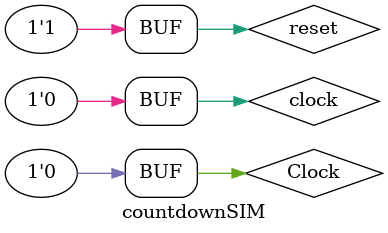
<source format=v>
`timescale 1ns / 1ps


module countdownSIM(
    );
    reg clock,reset,Clock;
    wire [9:0] msecs;
    wire [5:0] seconds;
    downcounterTime uut (clock,reset,seconds,msecs);

//    RandomGen gennum (Clock, Rand);
//    FSM_main uut (Clock,reset,Rand,user_in,start_game,submit,timer,Points);
//    FSM_main uut(clock,reset,RandNumGen,user_in,start_game,submit,points,Num_val);
    initial begin
     clock = 0;
     Clock =0;
     repeat(1000)
        begin
        #1 Clock = ~Clock;
        end
    end
    initial begin
     reset =0; 
     #2 reset = 1;   
    end    
endmodule


</source>
